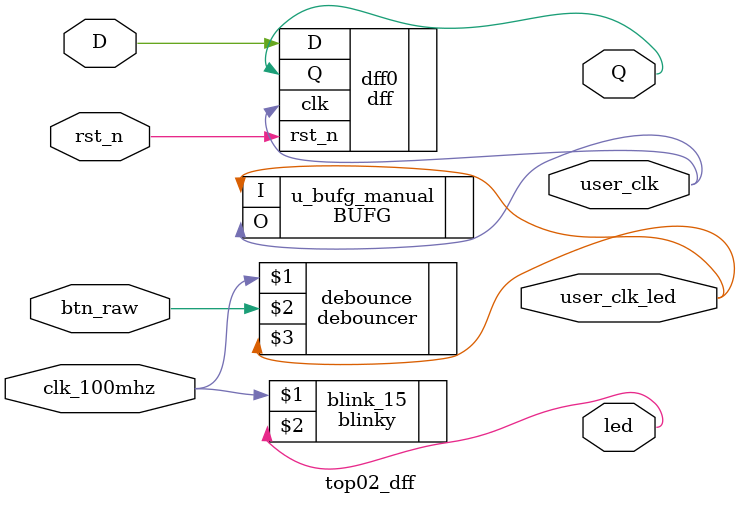
<source format=v>
module top02_dff(
    input clk_100mhz,
    input btn_raw,
    input D,
    input rst_n,
    output Q,
    output led,
    output user_clk_led, 
    output user_clk
    );

   
    blinky                           blink_15(clk_100mhz, led);
    
    debouncer #(.COUNT_MAX(250000))  debounce(clk_100mhz, btn_raw, user_clk_led);
    BUFG                             u_bufg_manual (.I(user_clk_led), .O(user_clk)); //usr_clk to be used as a clock signal
    
    dff                              dff0(.D(D), .Q(Q), .rst_n(rst_n), .clk(user_clk));
    
endmodule

</source>
